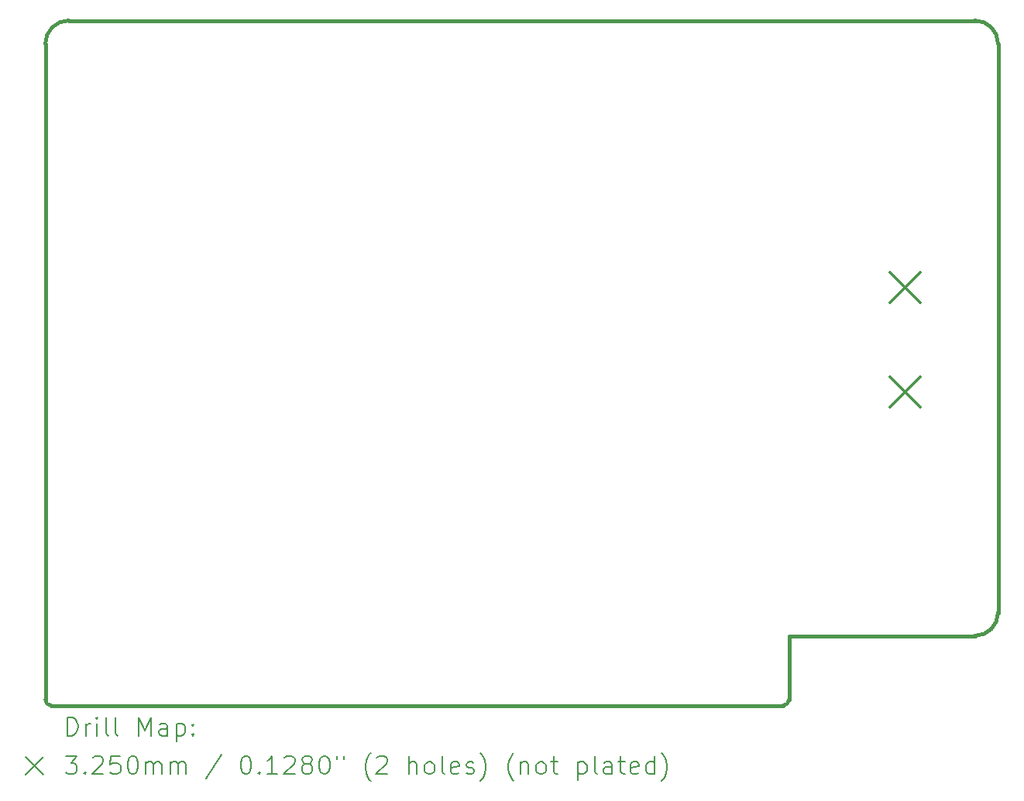
<source format=gbr>
%TF.GenerationSoftware,KiCad,Pcbnew,7.0.11*%
%TF.CreationDate,2024-10-11T23:56:51+03:00*%
%TF.ProjectId,ISA8_Ethernet,49534138-5f45-4746-9865-726e65742e6b,1.0*%
%TF.SameCoordinates,Original*%
%TF.FileFunction,Drillmap*%
%TF.FilePolarity,Positive*%
%FSLAX45Y45*%
G04 Gerber Fmt 4.5, Leading zero omitted, Abs format (unit mm)*
G04 Created by KiCad (PCBNEW 7.0.11) date 2024-10-11 23:56:51*
%MOMM*%
%LPD*%
G01*
G04 APERTURE LIST*
%ADD10C,0.381000*%
%ADD11C,0.200000*%
%ADD12C,0.325000*%
G04 APERTURE END LIST*
D10*
X10160000Y-13398500D02*
X10160000Y-6223000D01*
X20320000Y-5969000D02*
X10414000Y-5969000D01*
X20320000Y-12700000D02*
G75*
G03*
X20574000Y-12446000I0J254000D01*
G01*
X18288000Y-13398500D02*
X18288000Y-12700000D01*
X10223500Y-13462000D02*
X18224500Y-13462000D01*
X20320000Y-12700000D02*
X18288000Y-12700000D01*
X20574000Y-6223000D02*
G75*
G03*
X20320000Y-5969000I-254000J0D01*
G01*
X18224500Y-13462000D02*
G75*
G03*
X18288000Y-13398500I0J63500D01*
G01*
X20574000Y-12446000D02*
X20574000Y-6223000D01*
X10414000Y-5969000D02*
G75*
G03*
X10160000Y-6223000I0J-254000D01*
G01*
X10160000Y-13398500D02*
G75*
G03*
X10223500Y-13462000I63500J0D01*
G01*
D11*
D12*
X19394500Y-8727500D02*
X19719500Y-9052500D01*
X19719500Y-8727500D02*
X19394500Y-9052500D01*
X19394500Y-9870500D02*
X19719500Y-10195500D01*
X19719500Y-9870500D02*
X19394500Y-10195500D01*
D11*
X10401727Y-13792534D02*
X10401727Y-13592534D01*
X10401727Y-13592534D02*
X10449346Y-13592534D01*
X10449346Y-13592534D02*
X10477917Y-13602058D01*
X10477917Y-13602058D02*
X10496965Y-13621105D01*
X10496965Y-13621105D02*
X10506489Y-13640153D01*
X10506489Y-13640153D02*
X10516013Y-13678248D01*
X10516013Y-13678248D02*
X10516013Y-13706819D01*
X10516013Y-13706819D02*
X10506489Y-13744915D01*
X10506489Y-13744915D02*
X10496965Y-13763962D01*
X10496965Y-13763962D02*
X10477917Y-13783010D01*
X10477917Y-13783010D02*
X10449346Y-13792534D01*
X10449346Y-13792534D02*
X10401727Y-13792534D01*
X10601727Y-13792534D02*
X10601727Y-13659200D01*
X10601727Y-13697296D02*
X10611251Y-13678248D01*
X10611251Y-13678248D02*
X10620774Y-13668724D01*
X10620774Y-13668724D02*
X10639822Y-13659200D01*
X10639822Y-13659200D02*
X10658870Y-13659200D01*
X10725536Y-13792534D02*
X10725536Y-13659200D01*
X10725536Y-13592534D02*
X10716013Y-13602058D01*
X10716013Y-13602058D02*
X10725536Y-13611581D01*
X10725536Y-13611581D02*
X10735060Y-13602058D01*
X10735060Y-13602058D02*
X10725536Y-13592534D01*
X10725536Y-13592534D02*
X10725536Y-13611581D01*
X10849346Y-13792534D02*
X10830298Y-13783010D01*
X10830298Y-13783010D02*
X10820774Y-13763962D01*
X10820774Y-13763962D02*
X10820774Y-13592534D01*
X10954108Y-13792534D02*
X10935060Y-13783010D01*
X10935060Y-13783010D02*
X10925536Y-13763962D01*
X10925536Y-13763962D02*
X10925536Y-13592534D01*
X11182679Y-13792534D02*
X11182679Y-13592534D01*
X11182679Y-13592534D02*
X11249346Y-13735391D01*
X11249346Y-13735391D02*
X11316012Y-13592534D01*
X11316012Y-13592534D02*
X11316012Y-13792534D01*
X11496965Y-13792534D02*
X11496965Y-13687772D01*
X11496965Y-13687772D02*
X11487441Y-13668724D01*
X11487441Y-13668724D02*
X11468393Y-13659200D01*
X11468393Y-13659200D02*
X11430298Y-13659200D01*
X11430298Y-13659200D02*
X11411251Y-13668724D01*
X11496965Y-13783010D02*
X11477917Y-13792534D01*
X11477917Y-13792534D02*
X11430298Y-13792534D01*
X11430298Y-13792534D02*
X11411251Y-13783010D01*
X11411251Y-13783010D02*
X11401727Y-13763962D01*
X11401727Y-13763962D02*
X11401727Y-13744915D01*
X11401727Y-13744915D02*
X11411251Y-13725867D01*
X11411251Y-13725867D02*
X11430298Y-13716343D01*
X11430298Y-13716343D02*
X11477917Y-13716343D01*
X11477917Y-13716343D02*
X11496965Y-13706819D01*
X11592203Y-13659200D02*
X11592203Y-13859200D01*
X11592203Y-13668724D02*
X11611251Y-13659200D01*
X11611251Y-13659200D02*
X11649346Y-13659200D01*
X11649346Y-13659200D02*
X11668393Y-13668724D01*
X11668393Y-13668724D02*
X11677917Y-13678248D01*
X11677917Y-13678248D02*
X11687441Y-13697296D01*
X11687441Y-13697296D02*
X11687441Y-13754438D01*
X11687441Y-13754438D02*
X11677917Y-13773486D01*
X11677917Y-13773486D02*
X11668393Y-13783010D01*
X11668393Y-13783010D02*
X11649346Y-13792534D01*
X11649346Y-13792534D02*
X11611251Y-13792534D01*
X11611251Y-13792534D02*
X11592203Y-13783010D01*
X11773155Y-13773486D02*
X11782679Y-13783010D01*
X11782679Y-13783010D02*
X11773155Y-13792534D01*
X11773155Y-13792534D02*
X11763632Y-13783010D01*
X11763632Y-13783010D02*
X11773155Y-13773486D01*
X11773155Y-13773486D02*
X11773155Y-13792534D01*
X11773155Y-13668724D02*
X11782679Y-13678248D01*
X11782679Y-13678248D02*
X11773155Y-13687772D01*
X11773155Y-13687772D02*
X11763632Y-13678248D01*
X11763632Y-13678248D02*
X11773155Y-13668724D01*
X11773155Y-13668724D02*
X11773155Y-13687772D01*
X9940950Y-14021050D02*
X10140950Y-14221050D01*
X10140950Y-14021050D02*
X9940950Y-14221050D01*
X10382679Y-14012534D02*
X10506489Y-14012534D01*
X10506489Y-14012534D02*
X10439822Y-14088724D01*
X10439822Y-14088724D02*
X10468394Y-14088724D01*
X10468394Y-14088724D02*
X10487441Y-14098248D01*
X10487441Y-14098248D02*
X10496965Y-14107772D01*
X10496965Y-14107772D02*
X10506489Y-14126819D01*
X10506489Y-14126819D02*
X10506489Y-14174438D01*
X10506489Y-14174438D02*
X10496965Y-14193486D01*
X10496965Y-14193486D02*
X10487441Y-14203010D01*
X10487441Y-14203010D02*
X10468394Y-14212534D01*
X10468394Y-14212534D02*
X10411251Y-14212534D01*
X10411251Y-14212534D02*
X10392203Y-14203010D01*
X10392203Y-14203010D02*
X10382679Y-14193486D01*
X10592203Y-14193486D02*
X10601727Y-14203010D01*
X10601727Y-14203010D02*
X10592203Y-14212534D01*
X10592203Y-14212534D02*
X10582679Y-14203010D01*
X10582679Y-14203010D02*
X10592203Y-14193486D01*
X10592203Y-14193486D02*
X10592203Y-14212534D01*
X10677917Y-14031581D02*
X10687441Y-14022058D01*
X10687441Y-14022058D02*
X10706489Y-14012534D01*
X10706489Y-14012534D02*
X10754108Y-14012534D01*
X10754108Y-14012534D02*
X10773155Y-14022058D01*
X10773155Y-14022058D02*
X10782679Y-14031581D01*
X10782679Y-14031581D02*
X10792203Y-14050629D01*
X10792203Y-14050629D02*
X10792203Y-14069677D01*
X10792203Y-14069677D02*
X10782679Y-14098248D01*
X10782679Y-14098248D02*
X10668394Y-14212534D01*
X10668394Y-14212534D02*
X10792203Y-14212534D01*
X10973155Y-14012534D02*
X10877917Y-14012534D01*
X10877917Y-14012534D02*
X10868394Y-14107772D01*
X10868394Y-14107772D02*
X10877917Y-14098248D01*
X10877917Y-14098248D02*
X10896965Y-14088724D01*
X10896965Y-14088724D02*
X10944584Y-14088724D01*
X10944584Y-14088724D02*
X10963632Y-14098248D01*
X10963632Y-14098248D02*
X10973155Y-14107772D01*
X10973155Y-14107772D02*
X10982679Y-14126819D01*
X10982679Y-14126819D02*
X10982679Y-14174438D01*
X10982679Y-14174438D02*
X10973155Y-14193486D01*
X10973155Y-14193486D02*
X10963632Y-14203010D01*
X10963632Y-14203010D02*
X10944584Y-14212534D01*
X10944584Y-14212534D02*
X10896965Y-14212534D01*
X10896965Y-14212534D02*
X10877917Y-14203010D01*
X10877917Y-14203010D02*
X10868394Y-14193486D01*
X11106489Y-14012534D02*
X11125536Y-14012534D01*
X11125536Y-14012534D02*
X11144584Y-14022058D01*
X11144584Y-14022058D02*
X11154108Y-14031581D01*
X11154108Y-14031581D02*
X11163632Y-14050629D01*
X11163632Y-14050629D02*
X11173155Y-14088724D01*
X11173155Y-14088724D02*
X11173155Y-14136343D01*
X11173155Y-14136343D02*
X11163632Y-14174438D01*
X11163632Y-14174438D02*
X11154108Y-14193486D01*
X11154108Y-14193486D02*
X11144584Y-14203010D01*
X11144584Y-14203010D02*
X11125536Y-14212534D01*
X11125536Y-14212534D02*
X11106489Y-14212534D01*
X11106489Y-14212534D02*
X11087441Y-14203010D01*
X11087441Y-14203010D02*
X11077917Y-14193486D01*
X11077917Y-14193486D02*
X11068394Y-14174438D01*
X11068394Y-14174438D02*
X11058870Y-14136343D01*
X11058870Y-14136343D02*
X11058870Y-14088724D01*
X11058870Y-14088724D02*
X11068394Y-14050629D01*
X11068394Y-14050629D02*
X11077917Y-14031581D01*
X11077917Y-14031581D02*
X11087441Y-14022058D01*
X11087441Y-14022058D02*
X11106489Y-14012534D01*
X11258870Y-14212534D02*
X11258870Y-14079200D01*
X11258870Y-14098248D02*
X11268393Y-14088724D01*
X11268393Y-14088724D02*
X11287441Y-14079200D01*
X11287441Y-14079200D02*
X11316013Y-14079200D01*
X11316013Y-14079200D02*
X11335060Y-14088724D01*
X11335060Y-14088724D02*
X11344584Y-14107772D01*
X11344584Y-14107772D02*
X11344584Y-14212534D01*
X11344584Y-14107772D02*
X11354108Y-14088724D01*
X11354108Y-14088724D02*
X11373155Y-14079200D01*
X11373155Y-14079200D02*
X11401727Y-14079200D01*
X11401727Y-14079200D02*
X11420774Y-14088724D01*
X11420774Y-14088724D02*
X11430298Y-14107772D01*
X11430298Y-14107772D02*
X11430298Y-14212534D01*
X11525536Y-14212534D02*
X11525536Y-14079200D01*
X11525536Y-14098248D02*
X11535060Y-14088724D01*
X11535060Y-14088724D02*
X11554108Y-14079200D01*
X11554108Y-14079200D02*
X11582679Y-14079200D01*
X11582679Y-14079200D02*
X11601727Y-14088724D01*
X11601727Y-14088724D02*
X11611251Y-14107772D01*
X11611251Y-14107772D02*
X11611251Y-14212534D01*
X11611251Y-14107772D02*
X11620774Y-14088724D01*
X11620774Y-14088724D02*
X11639822Y-14079200D01*
X11639822Y-14079200D02*
X11668393Y-14079200D01*
X11668393Y-14079200D02*
X11687441Y-14088724D01*
X11687441Y-14088724D02*
X11696965Y-14107772D01*
X11696965Y-14107772D02*
X11696965Y-14212534D01*
X12087441Y-14003010D02*
X11916013Y-14260153D01*
X12344584Y-14012534D02*
X12363632Y-14012534D01*
X12363632Y-14012534D02*
X12382679Y-14022058D01*
X12382679Y-14022058D02*
X12392203Y-14031581D01*
X12392203Y-14031581D02*
X12401727Y-14050629D01*
X12401727Y-14050629D02*
X12411251Y-14088724D01*
X12411251Y-14088724D02*
X12411251Y-14136343D01*
X12411251Y-14136343D02*
X12401727Y-14174438D01*
X12401727Y-14174438D02*
X12392203Y-14193486D01*
X12392203Y-14193486D02*
X12382679Y-14203010D01*
X12382679Y-14203010D02*
X12363632Y-14212534D01*
X12363632Y-14212534D02*
X12344584Y-14212534D01*
X12344584Y-14212534D02*
X12325536Y-14203010D01*
X12325536Y-14203010D02*
X12316013Y-14193486D01*
X12316013Y-14193486D02*
X12306489Y-14174438D01*
X12306489Y-14174438D02*
X12296965Y-14136343D01*
X12296965Y-14136343D02*
X12296965Y-14088724D01*
X12296965Y-14088724D02*
X12306489Y-14050629D01*
X12306489Y-14050629D02*
X12316013Y-14031581D01*
X12316013Y-14031581D02*
X12325536Y-14022058D01*
X12325536Y-14022058D02*
X12344584Y-14012534D01*
X12496965Y-14193486D02*
X12506489Y-14203010D01*
X12506489Y-14203010D02*
X12496965Y-14212534D01*
X12496965Y-14212534D02*
X12487441Y-14203010D01*
X12487441Y-14203010D02*
X12496965Y-14193486D01*
X12496965Y-14193486D02*
X12496965Y-14212534D01*
X12696965Y-14212534D02*
X12582679Y-14212534D01*
X12639822Y-14212534D02*
X12639822Y-14012534D01*
X12639822Y-14012534D02*
X12620775Y-14041105D01*
X12620775Y-14041105D02*
X12601727Y-14060153D01*
X12601727Y-14060153D02*
X12582679Y-14069677D01*
X12773156Y-14031581D02*
X12782679Y-14022058D01*
X12782679Y-14022058D02*
X12801727Y-14012534D01*
X12801727Y-14012534D02*
X12849346Y-14012534D01*
X12849346Y-14012534D02*
X12868394Y-14022058D01*
X12868394Y-14022058D02*
X12877917Y-14031581D01*
X12877917Y-14031581D02*
X12887441Y-14050629D01*
X12887441Y-14050629D02*
X12887441Y-14069677D01*
X12887441Y-14069677D02*
X12877917Y-14098248D01*
X12877917Y-14098248D02*
X12763632Y-14212534D01*
X12763632Y-14212534D02*
X12887441Y-14212534D01*
X13001727Y-14098248D02*
X12982679Y-14088724D01*
X12982679Y-14088724D02*
X12973156Y-14079200D01*
X12973156Y-14079200D02*
X12963632Y-14060153D01*
X12963632Y-14060153D02*
X12963632Y-14050629D01*
X12963632Y-14050629D02*
X12973156Y-14031581D01*
X12973156Y-14031581D02*
X12982679Y-14022058D01*
X12982679Y-14022058D02*
X13001727Y-14012534D01*
X13001727Y-14012534D02*
X13039822Y-14012534D01*
X13039822Y-14012534D02*
X13058870Y-14022058D01*
X13058870Y-14022058D02*
X13068394Y-14031581D01*
X13068394Y-14031581D02*
X13077917Y-14050629D01*
X13077917Y-14050629D02*
X13077917Y-14060153D01*
X13077917Y-14060153D02*
X13068394Y-14079200D01*
X13068394Y-14079200D02*
X13058870Y-14088724D01*
X13058870Y-14088724D02*
X13039822Y-14098248D01*
X13039822Y-14098248D02*
X13001727Y-14098248D01*
X13001727Y-14098248D02*
X12982679Y-14107772D01*
X12982679Y-14107772D02*
X12973156Y-14117296D01*
X12973156Y-14117296D02*
X12963632Y-14136343D01*
X12963632Y-14136343D02*
X12963632Y-14174438D01*
X12963632Y-14174438D02*
X12973156Y-14193486D01*
X12973156Y-14193486D02*
X12982679Y-14203010D01*
X12982679Y-14203010D02*
X13001727Y-14212534D01*
X13001727Y-14212534D02*
X13039822Y-14212534D01*
X13039822Y-14212534D02*
X13058870Y-14203010D01*
X13058870Y-14203010D02*
X13068394Y-14193486D01*
X13068394Y-14193486D02*
X13077917Y-14174438D01*
X13077917Y-14174438D02*
X13077917Y-14136343D01*
X13077917Y-14136343D02*
X13068394Y-14117296D01*
X13068394Y-14117296D02*
X13058870Y-14107772D01*
X13058870Y-14107772D02*
X13039822Y-14098248D01*
X13201727Y-14012534D02*
X13220775Y-14012534D01*
X13220775Y-14012534D02*
X13239822Y-14022058D01*
X13239822Y-14022058D02*
X13249346Y-14031581D01*
X13249346Y-14031581D02*
X13258870Y-14050629D01*
X13258870Y-14050629D02*
X13268394Y-14088724D01*
X13268394Y-14088724D02*
X13268394Y-14136343D01*
X13268394Y-14136343D02*
X13258870Y-14174438D01*
X13258870Y-14174438D02*
X13249346Y-14193486D01*
X13249346Y-14193486D02*
X13239822Y-14203010D01*
X13239822Y-14203010D02*
X13220775Y-14212534D01*
X13220775Y-14212534D02*
X13201727Y-14212534D01*
X13201727Y-14212534D02*
X13182679Y-14203010D01*
X13182679Y-14203010D02*
X13173156Y-14193486D01*
X13173156Y-14193486D02*
X13163632Y-14174438D01*
X13163632Y-14174438D02*
X13154108Y-14136343D01*
X13154108Y-14136343D02*
X13154108Y-14088724D01*
X13154108Y-14088724D02*
X13163632Y-14050629D01*
X13163632Y-14050629D02*
X13173156Y-14031581D01*
X13173156Y-14031581D02*
X13182679Y-14022058D01*
X13182679Y-14022058D02*
X13201727Y-14012534D01*
X13344584Y-14012534D02*
X13344584Y-14050629D01*
X13420775Y-14012534D02*
X13420775Y-14050629D01*
X13716013Y-14288724D02*
X13706489Y-14279200D01*
X13706489Y-14279200D02*
X13687441Y-14250629D01*
X13687441Y-14250629D02*
X13677918Y-14231581D01*
X13677918Y-14231581D02*
X13668394Y-14203010D01*
X13668394Y-14203010D02*
X13658870Y-14155391D01*
X13658870Y-14155391D02*
X13658870Y-14117296D01*
X13658870Y-14117296D02*
X13668394Y-14069677D01*
X13668394Y-14069677D02*
X13677918Y-14041105D01*
X13677918Y-14041105D02*
X13687441Y-14022058D01*
X13687441Y-14022058D02*
X13706489Y-13993486D01*
X13706489Y-13993486D02*
X13716013Y-13983962D01*
X13782679Y-14031581D02*
X13792203Y-14022058D01*
X13792203Y-14022058D02*
X13811251Y-14012534D01*
X13811251Y-14012534D02*
X13858870Y-14012534D01*
X13858870Y-14012534D02*
X13877918Y-14022058D01*
X13877918Y-14022058D02*
X13887441Y-14031581D01*
X13887441Y-14031581D02*
X13896965Y-14050629D01*
X13896965Y-14050629D02*
X13896965Y-14069677D01*
X13896965Y-14069677D02*
X13887441Y-14098248D01*
X13887441Y-14098248D02*
X13773156Y-14212534D01*
X13773156Y-14212534D02*
X13896965Y-14212534D01*
X14135060Y-14212534D02*
X14135060Y-14012534D01*
X14220775Y-14212534D02*
X14220775Y-14107772D01*
X14220775Y-14107772D02*
X14211251Y-14088724D01*
X14211251Y-14088724D02*
X14192203Y-14079200D01*
X14192203Y-14079200D02*
X14163632Y-14079200D01*
X14163632Y-14079200D02*
X14144584Y-14088724D01*
X14144584Y-14088724D02*
X14135060Y-14098248D01*
X14344584Y-14212534D02*
X14325537Y-14203010D01*
X14325537Y-14203010D02*
X14316013Y-14193486D01*
X14316013Y-14193486D02*
X14306489Y-14174438D01*
X14306489Y-14174438D02*
X14306489Y-14117296D01*
X14306489Y-14117296D02*
X14316013Y-14098248D01*
X14316013Y-14098248D02*
X14325537Y-14088724D01*
X14325537Y-14088724D02*
X14344584Y-14079200D01*
X14344584Y-14079200D02*
X14373156Y-14079200D01*
X14373156Y-14079200D02*
X14392203Y-14088724D01*
X14392203Y-14088724D02*
X14401727Y-14098248D01*
X14401727Y-14098248D02*
X14411251Y-14117296D01*
X14411251Y-14117296D02*
X14411251Y-14174438D01*
X14411251Y-14174438D02*
X14401727Y-14193486D01*
X14401727Y-14193486D02*
X14392203Y-14203010D01*
X14392203Y-14203010D02*
X14373156Y-14212534D01*
X14373156Y-14212534D02*
X14344584Y-14212534D01*
X14525537Y-14212534D02*
X14506489Y-14203010D01*
X14506489Y-14203010D02*
X14496965Y-14183962D01*
X14496965Y-14183962D02*
X14496965Y-14012534D01*
X14677918Y-14203010D02*
X14658870Y-14212534D01*
X14658870Y-14212534D02*
X14620775Y-14212534D01*
X14620775Y-14212534D02*
X14601727Y-14203010D01*
X14601727Y-14203010D02*
X14592203Y-14183962D01*
X14592203Y-14183962D02*
X14592203Y-14107772D01*
X14592203Y-14107772D02*
X14601727Y-14088724D01*
X14601727Y-14088724D02*
X14620775Y-14079200D01*
X14620775Y-14079200D02*
X14658870Y-14079200D01*
X14658870Y-14079200D02*
X14677918Y-14088724D01*
X14677918Y-14088724D02*
X14687441Y-14107772D01*
X14687441Y-14107772D02*
X14687441Y-14126819D01*
X14687441Y-14126819D02*
X14592203Y-14145867D01*
X14763632Y-14203010D02*
X14782680Y-14212534D01*
X14782680Y-14212534D02*
X14820775Y-14212534D01*
X14820775Y-14212534D02*
X14839822Y-14203010D01*
X14839822Y-14203010D02*
X14849346Y-14183962D01*
X14849346Y-14183962D02*
X14849346Y-14174438D01*
X14849346Y-14174438D02*
X14839822Y-14155391D01*
X14839822Y-14155391D02*
X14820775Y-14145867D01*
X14820775Y-14145867D02*
X14792203Y-14145867D01*
X14792203Y-14145867D02*
X14773156Y-14136343D01*
X14773156Y-14136343D02*
X14763632Y-14117296D01*
X14763632Y-14117296D02*
X14763632Y-14107772D01*
X14763632Y-14107772D02*
X14773156Y-14088724D01*
X14773156Y-14088724D02*
X14792203Y-14079200D01*
X14792203Y-14079200D02*
X14820775Y-14079200D01*
X14820775Y-14079200D02*
X14839822Y-14088724D01*
X14916013Y-14288724D02*
X14925537Y-14279200D01*
X14925537Y-14279200D02*
X14944584Y-14250629D01*
X14944584Y-14250629D02*
X14954108Y-14231581D01*
X14954108Y-14231581D02*
X14963632Y-14203010D01*
X14963632Y-14203010D02*
X14973156Y-14155391D01*
X14973156Y-14155391D02*
X14973156Y-14117296D01*
X14973156Y-14117296D02*
X14963632Y-14069677D01*
X14963632Y-14069677D02*
X14954108Y-14041105D01*
X14954108Y-14041105D02*
X14944584Y-14022058D01*
X14944584Y-14022058D02*
X14925537Y-13993486D01*
X14925537Y-13993486D02*
X14916013Y-13983962D01*
X15277918Y-14288724D02*
X15268394Y-14279200D01*
X15268394Y-14279200D02*
X15249346Y-14250629D01*
X15249346Y-14250629D02*
X15239822Y-14231581D01*
X15239822Y-14231581D02*
X15230299Y-14203010D01*
X15230299Y-14203010D02*
X15220775Y-14155391D01*
X15220775Y-14155391D02*
X15220775Y-14117296D01*
X15220775Y-14117296D02*
X15230299Y-14069677D01*
X15230299Y-14069677D02*
X15239822Y-14041105D01*
X15239822Y-14041105D02*
X15249346Y-14022058D01*
X15249346Y-14022058D02*
X15268394Y-13993486D01*
X15268394Y-13993486D02*
X15277918Y-13983962D01*
X15354108Y-14079200D02*
X15354108Y-14212534D01*
X15354108Y-14098248D02*
X15363632Y-14088724D01*
X15363632Y-14088724D02*
X15382680Y-14079200D01*
X15382680Y-14079200D02*
X15411251Y-14079200D01*
X15411251Y-14079200D02*
X15430299Y-14088724D01*
X15430299Y-14088724D02*
X15439822Y-14107772D01*
X15439822Y-14107772D02*
X15439822Y-14212534D01*
X15563632Y-14212534D02*
X15544584Y-14203010D01*
X15544584Y-14203010D02*
X15535061Y-14193486D01*
X15535061Y-14193486D02*
X15525537Y-14174438D01*
X15525537Y-14174438D02*
X15525537Y-14117296D01*
X15525537Y-14117296D02*
X15535061Y-14098248D01*
X15535061Y-14098248D02*
X15544584Y-14088724D01*
X15544584Y-14088724D02*
X15563632Y-14079200D01*
X15563632Y-14079200D02*
X15592203Y-14079200D01*
X15592203Y-14079200D02*
X15611251Y-14088724D01*
X15611251Y-14088724D02*
X15620775Y-14098248D01*
X15620775Y-14098248D02*
X15630299Y-14117296D01*
X15630299Y-14117296D02*
X15630299Y-14174438D01*
X15630299Y-14174438D02*
X15620775Y-14193486D01*
X15620775Y-14193486D02*
X15611251Y-14203010D01*
X15611251Y-14203010D02*
X15592203Y-14212534D01*
X15592203Y-14212534D02*
X15563632Y-14212534D01*
X15687442Y-14079200D02*
X15763632Y-14079200D01*
X15716013Y-14012534D02*
X15716013Y-14183962D01*
X15716013Y-14183962D02*
X15725537Y-14203010D01*
X15725537Y-14203010D02*
X15744584Y-14212534D01*
X15744584Y-14212534D02*
X15763632Y-14212534D01*
X15982680Y-14079200D02*
X15982680Y-14279200D01*
X15982680Y-14088724D02*
X16001727Y-14079200D01*
X16001727Y-14079200D02*
X16039823Y-14079200D01*
X16039823Y-14079200D02*
X16058870Y-14088724D01*
X16058870Y-14088724D02*
X16068394Y-14098248D01*
X16068394Y-14098248D02*
X16077918Y-14117296D01*
X16077918Y-14117296D02*
X16077918Y-14174438D01*
X16077918Y-14174438D02*
X16068394Y-14193486D01*
X16068394Y-14193486D02*
X16058870Y-14203010D01*
X16058870Y-14203010D02*
X16039823Y-14212534D01*
X16039823Y-14212534D02*
X16001727Y-14212534D01*
X16001727Y-14212534D02*
X15982680Y-14203010D01*
X16192203Y-14212534D02*
X16173156Y-14203010D01*
X16173156Y-14203010D02*
X16163632Y-14183962D01*
X16163632Y-14183962D02*
X16163632Y-14012534D01*
X16354108Y-14212534D02*
X16354108Y-14107772D01*
X16354108Y-14107772D02*
X16344584Y-14088724D01*
X16344584Y-14088724D02*
X16325537Y-14079200D01*
X16325537Y-14079200D02*
X16287442Y-14079200D01*
X16287442Y-14079200D02*
X16268394Y-14088724D01*
X16354108Y-14203010D02*
X16335061Y-14212534D01*
X16335061Y-14212534D02*
X16287442Y-14212534D01*
X16287442Y-14212534D02*
X16268394Y-14203010D01*
X16268394Y-14203010D02*
X16258870Y-14183962D01*
X16258870Y-14183962D02*
X16258870Y-14164915D01*
X16258870Y-14164915D02*
X16268394Y-14145867D01*
X16268394Y-14145867D02*
X16287442Y-14136343D01*
X16287442Y-14136343D02*
X16335061Y-14136343D01*
X16335061Y-14136343D02*
X16354108Y-14126819D01*
X16420775Y-14079200D02*
X16496965Y-14079200D01*
X16449346Y-14012534D02*
X16449346Y-14183962D01*
X16449346Y-14183962D02*
X16458870Y-14203010D01*
X16458870Y-14203010D02*
X16477918Y-14212534D01*
X16477918Y-14212534D02*
X16496965Y-14212534D01*
X16639823Y-14203010D02*
X16620775Y-14212534D01*
X16620775Y-14212534D02*
X16582680Y-14212534D01*
X16582680Y-14212534D02*
X16563632Y-14203010D01*
X16563632Y-14203010D02*
X16554108Y-14183962D01*
X16554108Y-14183962D02*
X16554108Y-14107772D01*
X16554108Y-14107772D02*
X16563632Y-14088724D01*
X16563632Y-14088724D02*
X16582680Y-14079200D01*
X16582680Y-14079200D02*
X16620775Y-14079200D01*
X16620775Y-14079200D02*
X16639823Y-14088724D01*
X16639823Y-14088724D02*
X16649346Y-14107772D01*
X16649346Y-14107772D02*
X16649346Y-14126819D01*
X16649346Y-14126819D02*
X16554108Y-14145867D01*
X16820775Y-14212534D02*
X16820775Y-14012534D01*
X16820775Y-14203010D02*
X16801727Y-14212534D01*
X16801727Y-14212534D02*
X16763632Y-14212534D01*
X16763632Y-14212534D02*
X16744584Y-14203010D01*
X16744584Y-14203010D02*
X16735061Y-14193486D01*
X16735061Y-14193486D02*
X16725537Y-14174438D01*
X16725537Y-14174438D02*
X16725537Y-14117296D01*
X16725537Y-14117296D02*
X16735061Y-14098248D01*
X16735061Y-14098248D02*
X16744584Y-14088724D01*
X16744584Y-14088724D02*
X16763632Y-14079200D01*
X16763632Y-14079200D02*
X16801727Y-14079200D01*
X16801727Y-14079200D02*
X16820775Y-14088724D01*
X16896966Y-14288724D02*
X16906489Y-14279200D01*
X16906489Y-14279200D02*
X16925537Y-14250629D01*
X16925537Y-14250629D02*
X16935061Y-14231581D01*
X16935061Y-14231581D02*
X16944585Y-14203010D01*
X16944585Y-14203010D02*
X16954108Y-14155391D01*
X16954108Y-14155391D02*
X16954108Y-14117296D01*
X16954108Y-14117296D02*
X16944585Y-14069677D01*
X16944585Y-14069677D02*
X16935061Y-14041105D01*
X16935061Y-14041105D02*
X16925537Y-14022058D01*
X16925537Y-14022058D02*
X16906489Y-13993486D01*
X16906489Y-13993486D02*
X16896966Y-13983962D01*
M02*

</source>
